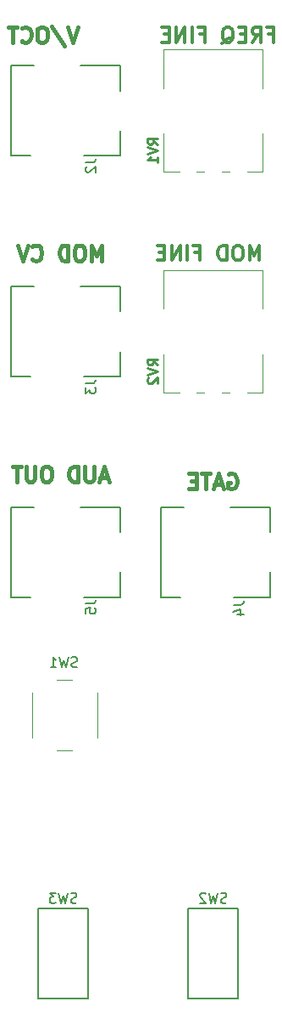
<source format=gbo>
%TF.GenerationSoftware,KiCad,Pcbnew,(6.0.1)*%
%TF.CreationDate,2022-11-04T07:31:20-04:00*%
%TF.ProjectId,ER-VCO-03_CTL,45522d56-434f-42d3-9033-5f43544c2e6b,3*%
%TF.SameCoordinates,Original*%
%TF.FileFunction,Legend,Bot*%
%TF.FilePolarity,Positive*%
%FSLAX46Y46*%
G04 Gerber Fmt 4.6, Leading zero omitted, Abs format (unit mm)*
G04 Created by KiCad (PCBNEW (6.0.1)) date 2022-11-04 07:31:20*
%MOMM*%
%LPD*%
G01*
G04 APERTURE LIST*
%ADD10C,0.381000*%
%ADD11C,0.375000*%
%ADD12C,0.254000*%
%ADD13C,0.150000*%
%ADD14C,0.120000*%
%ADD15C,0.200000*%
G04 APERTURE END LIST*
D10*
X10925857Y-45539685D02*
X10200142Y-45539685D01*
X11071000Y-45975113D02*
X10563000Y-44451113D01*
X10055000Y-45975113D01*
X9547000Y-44451113D02*
X9547000Y-45684827D01*
X9474428Y-45829970D01*
X9401857Y-45902542D01*
X9256714Y-45975113D01*
X8966428Y-45975113D01*
X8821285Y-45902542D01*
X8748714Y-45829970D01*
X8676142Y-45684827D01*
X8676142Y-44451113D01*
X7950428Y-45975113D02*
X7950428Y-44451113D01*
X7587571Y-44451113D01*
X7369857Y-44523685D01*
X7224714Y-44668827D01*
X7152142Y-44813970D01*
X7079571Y-45104256D01*
X7079571Y-45321970D01*
X7152142Y-45612256D01*
X7224714Y-45757399D01*
X7369857Y-45902542D01*
X7587571Y-45975113D01*
X7950428Y-45975113D01*
X4974999Y-44451113D02*
X4684714Y-44451113D01*
X4539571Y-44523685D01*
X4394428Y-44668827D01*
X4321857Y-44959113D01*
X4321857Y-45467113D01*
X4394428Y-45757399D01*
X4539571Y-45902542D01*
X4684714Y-45975113D01*
X4974999Y-45975113D01*
X5120142Y-45902542D01*
X5265285Y-45757399D01*
X5337857Y-45467113D01*
X5337857Y-44959113D01*
X5265285Y-44668827D01*
X5120142Y-44523685D01*
X4974999Y-44451113D01*
X3668714Y-44451113D02*
X3668714Y-45684827D01*
X3596142Y-45829970D01*
X3523571Y-45902542D01*
X3378428Y-45975113D01*
X3088142Y-45975113D01*
X2943000Y-45902542D01*
X2870428Y-45829970D01*
X2797857Y-45684827D01*
X2797857Y-44451113D01*
X2289857Y-44451113D02*
X1419000Y-44451113D01*
X1854428Y-45975113D02*
X1854428Y-44451113D01*
D11*
X27035714Y-1392857D02*
X27535714Y-1392857D01*
X27535714Y-2178571D02*
X27535714Y-678571D01*
X26821428Y-678571D01*
X25392857Y-2178571D02*
X25892857Y-1464285D01*
X26250000Y-2178571D02*
X26250000Y-678571D01*
X25678571Y-678571D01*
X25535714Y-750000D01*
X25464285Y-821428D01*
X25392857Y-964285D01*
X25392857Y-1178571D01*
X25464285Y-1321428D01*
X25535714Y-1392857D01*
X25678571Y-1464285D01*
X26250000Y-1464285D01*
X24750000Y-1392857D02*
X24250000Y-1392857D01*
X24035714Y-2178571D02*
X24750000Y-2178571D01*
X24750000Y-678571D01*
X24035714Y-678571D01*
X22392857Y-2321428D02*
X22535714Y-2250000D01*
X22678571Y-2107142D01*
X22892857Y-1892857D01*
X23035714Y-1821428D01*
X23178571Y-1821428D01*
X23107142Y-2178571D02*
X23250000Y-2107142D01*
X23392857Y-1964285D01*
X23464285Y-1678571D01*
X23464285Y-1178571D01*
X23392857Y-892857D01*
X23250000Y-750000D01*
X23107142Y-678571D01*
X22821428Y-678571D01*
X22678571Y-750000D01*
X22535714Y-892857D01*
X22464285Y-1178571D01*
X22464285Y-1678571D01*
X22535714Y-1964285D01*
X22678571Y-2107142D01*
X22821428Y-2178571D01*
X23107142Y-2178571D01*
X20178571Y-1392857D02*
X20678571Y-1392857D01*
X20678571Y-2178571D02*
X20678571Y-678571D01*
X19964285Y-678571D01*
X19392857Y-2178571D02*
X19392857Y-678571D01*
X18678571Y-2178571D02*
X18678571Y-678571D01*
X17821428Y-2178571D01*
X17821428Y-678571D01*
X17107142Y-1392857D02*
X16607142Y-1392857D01*
X16392857Y-2178571D02*
X17107142Y-2178571D01*
X17107142Y-678571D01*
X16392857Y-678571D01*
X26131428Y-23928571D02*
X26131428Y-22428571D01*
X25631428Y-23500000D01*
X25131428Y-22428571D01*
X25131428Y-23928571D01*
X24131428Y-22428571D02*
X23845714Y-22428571D01*
X23702857Y-22500000D01*
X23560000Y-22642857D01*
X23488571Y-22928571D01*
X23488571Y-23428571D01*
X23560000Y-23714285D01*
X23702857Y-23857142D01*
X23845714Y-23928571D01*
X24131428Y-23928571D01*
X24274285Y-23857142D01*
X24417142Y-23714285D01*
X24488571Y-23428571D01*
X24488571Y-22928571D01*
X24417142Y-22642857D01*
X24274285Y-22500000D01*
X24131428Y-22428571D01*
X22845714Y-23928571D02*
X22845714Y-22428571D01*
X22488571Y-22428571D01*
X22274285Y-22500000D01*
X22131428Y-22642857D01*
X22060000Y-22785714D01*
X21988571Y-23071428D01*
X21988571Y-23285714D01*
X22060000Y-23571428D01*
X22131428Y-23714285D01*
X22274285Y-23857142D01*
X22488571Y-23928571D01*
X22845714Y-23928571D01*
X19702857Y-23142857D02*
X20202857Y-23142857D01*
X20202857Y-23928571D02*
X20202857Y-22428571D01*
X19488571Y-22428571D01*
X18917142Y-23928571D02*
X18917142Y-22428571D01*
X18202857Y-23928571D02*
X18202857Y-22428571D01*
X17345714Y-23928571D01*
X17345714Y-22428571D01*
X16631428Y-23142857D02*
X16131428Y-23142857D01*
X15917142Y-23928571D02*
X16631428Y-23928571D01*
X16631428Y-22428571D01*
X15917142Y-22428571D01*
D10*
X10314000Y-23939428D02*
X10314000Y-22415428D01*
X9806000Y-23504000D01*
X9298000Y-22415428D01*
X9298000Y-23939428D01*
X8282000Y-22415428D02*
X7991714Y-22415428D01*
X7846571Y-22488000D01*
X7701428Y-22633142D01*
X7628857Y-22923428D01*
X7628857Y-23431428D01*
X7701428Y-23721714D01*
X7846571Y-23866857D01*
X7991714Y-23939428D01*
X8282000Y-23939428D01*
X8427142Y-23866857D01*
X8572285Y-23721714D01*
X8644857Y-23431428D01*
X8644857Y-22923428D01*
X8572285Y-22633142D01*
X8427142Y-22488000D01*
X8282000Y-22415428D01*
X6975714Y-23939428D02*
X6975714Y-22415428D01*
X6612857Y-22415428D01*
X6395142Y-22488000D01*
X6250000Y-22633142D01*
X6177428Y-22778285D01*
X6104857Y-23068571D01*
X6104857Y-23286285D01*
X6177428Y-23576571D01*
X6250000Y-23721714D01*
X6395142Y-23866857D01*
X6612857Y-23939428D01*
X6975714Y-23939428D01*
X3419714Y-23794285D02*
X3492285Y-23866857D01*
X3710000Y-23939428D01*
X3855142Y-23939428D01*
X4072857Y-23866857D01*
X4218000Y-23721714D01*
X4290571Y-23576571D01*
X4363142Y-23286285D01*
X4363142Y-23068571D01*
X4290571Y-22778285D01*
X4218000Y-22633142D01*
X4072857Y-22488000D01*
X3855142Y-22415428D01*
X3710000Y-22415428D01*
X3492285Y-22488000D01*
X3419714Y-22560571D01*
X2984285Y-22415428D02*
X2476285Y-23939428D01*
X1968285Y-22415428D01*
X7947142Y-665428D02*
X7439142Y-2189428D01*
X6931142Y-665428D01*
X5334571Y-592857D02*
X6640857Y-2552285D01*
X4536285Y-665428D02*
X4246000Y-665428D01*
X4100857Y-738000D01*
X3955714Y-883142D01*
X3883142Y-1173428D01*
X3883142Y-1681428D01*
X3955714Y-1971714D01*
X4100857Y-2116857D01*
X4246000Y-2189428D01*
X4536285Y-2189428D01*
X4681428Y-2116857D01*
X4826571Y-1971714D01*
X4899142Y-1681428D01*
X4899142Y-1173428D01*
X4826571Y-883142D01*
X4681428Y-738000D01*
X4536285Y-665428D01*
X2359142Y-2044285D02*
X2431714Y-2116857D01*
X2649428Y-2189428D01*
X2794571Y-2189428D01*
X3012285Y-2116857D01*
X3157428Y-1971714D01*
X3230000Y-1826571D01*
X3302571Y-1536285D01*
X3302571Y-1318571D01*
X3230000Y-1028285D01*
X3157428Y-883142D01*
X3012285Y-738000D01*
X2794571Y-665428D01*
X2649428Y-665428D01*
X2431714Y-738000D01*
X2359142Y-810571D01*
X1923714Y-665428D02*
X1052857Y-665428D01*
X1488285Y-2189428D02*
X1488285Y-665428D01*
X23024000Y-45238000D02*
X23169142Y-45165428D01*
X23386857Y-45165428D01*
X23604571Y-45238000D01*
X23749714Y-45383142D01*
X23822285Y-45528285D01*
X23894857Y-45818571D01*
X23894857Y-46036285D01*
X23822285Y-46326571D01*
X23749714Y-46471714D01*
X23604571Y-46616857D01*
X23386857Y-46689428D01*
X23241714Y-46689428D01*
X23024000Y-46616857D01*
X22951428Y-46544285D01*
X22951428Y-46036285D01*
X23241714Y-46036285D01*
X22370857Y-46254000D02*
X21645142Y-46254000D01*
X22516000Y-46689428D02*
X22008000Y-45165428D01*
X21500000Y-46689428D01*
X21209714Y-45165428D02*
X20338857Y-45165428D01*
X20774285Y-46689428D02*
X20774285Y-45165428D01*
X19830857Y-45891142D02*
X19322857Y-45891142D01*
X19105142Y-46689428D02*
X19830857Y-46689428D01*
X19830857Y-45165428D01*
X19105142Y-45165428D01*
D12*
%TO.C,RV1*%
X15959619Y-12345239D02*
X15475809Y-12006572D01*
X15959619Y-11764667D02*
X14943619Y-11764667D01*
X14943619Y-12151715D01*
X14992000Y-12248477D01*
X15040380Y-12296858D01*
X15137142Y-12345239D01*
X15282285Y-12345239D01*
X15379047Y-12296858D01*
X15427428Y-12248477D01*
X15475809Y-12151715D01*
X15475809Y-11764667D01*
X14943619Y-12635524D02*
X15959619Y-12974191D01*
X14943619Y-13312858D01*
X15959619Y-14183715D02*
X15959619Y-13603143D01*
X15959619Y-13893429D02*
X14943619Y-13893429D01*
X15088761Y-13796667D01*
X15185523Y-13699905D01*
X15233904Y-13603143D01*
D13*
%TO.C,SW3*%
X7833333Y-87904764D02*
X7690476Y-87952383D01*
X7452380Y-87952383D01*
X7357142Y-87904764D01*
X7309523Y-87857145D01*
X7261904Y-87761907D01*
X7261904Y-87666669D01*
X7309523Y-87571431D01*
X7357142Y-87523812D01*
X7452380Y-87476193D01*
X7642857Y-87428574D01*
X7738095Y-87380955D01*
X7785714Y-87333336D01*
X7833333Y-87238098D01*
X7833333Y-87142860D01*
X7785714Y-87047622D01*
X7738095Y-87000003D01*
X7642857Y-86952383D01*
X7404761Y-86952383D01*
X7261904Y-87000003D01*
X6928571Y-86952383D02*
X6690476Y-87952383D01*
X6500000Y-87238098D01*
X6309523Y-87952383D01*
X6071428Y-86952383D01*
X5785714Y-86952383D02*
X5166666Y-86952383D01*
X5500000Y-87333336D01*
X5357142Y-87333336D01*
X5261904Y-87380955D01*
X5214285Y-87428574D01*
X5166666Y-87523812D01*
X5166666Y-87761907D01*
X5214285Y-87857145D01*
X5261904Y-87904764D01*
X5357142Y-87952383D01*
X5642857Y-87952383D01*
X5738095Y-87904764D01*
X5785714Y-87857145D01*
%TO.C,SW1*%
X7911933Y-64412761D02*
X7769076Y-64460380D01*
X7530980Y-64460380D01*
X7435742Y-64412761D01*
X7388123Y-64365142D01*
X7340504Y-64269904D01*
X7340504Y-64174666D01*
X7388123Y-64079428D01*
X7435742Y-64031809D01*
X7530980Y-63984190D01*
X7721457Y-63936571D01*
X7816695Y-63888952D01*
X7864314Y-63841333D01*
X7911933Y-63746095D01*
X7911933Y-63650857D01*
X7864314Y-63555619D01*
X7816695Y-63508000D01*
X7721457Y-63460380D01*
X7483361Y-63460380D01*
X7340504Y-63508000D01*
X7007171Y-63460380D02*
X6769076Y-64460380D01*
X6578600Y-63746095D01*
X6388123Y-64460380D01*
X6150028Y-63460380D01*
X5245266Y-64460380D02*
X5816695Y-64460380D01*
X5530980Y-64460380D02*
X5530980Y-63460380D01*
X5626219Y-63603238D01*
X5721457Y-63698476D01*
X5816695Y-63746095D01*
%TO.C,J3*%
X8746380Y-36173655D02*
X9460666Y-36173655D01*
X9603523Y-36126036D01*
X9698761Y-36030798D01*
X9746380Y-35887941D01*
X9746380Y-35792703D01*
X8746380Y-36554608D02*
X8746380Y-37173655D01*
X9127333Y-36840322D01*
X9127333Y-36983179D01*
X9174952Y-37078417D01*
X9222571Y-37126036D01*
X9317809Y-37173655D01*
X9555904Y-37173655D01*
X9651142Y-37126036D01*
X9698761Y-37078417D01*
X9746380Y-36983179D01*
X9746380Y-36697465D01*
X9698761Y-36602227D01*
X9651142Y-36554608D01*
%TO.C,SW2*%
X22833333Y-87904764D02*
X22690476Y-87952383D01*
X22452380Y-87952383D01*
X22357142Y-87904764D01*
X22309523Y-87857145D01*
X22261904Y-87761907D01*
X22261904Y-87666669D01*
X22309523Y-87571431D01*
X22357142Y-87523812D01*
X22452380Y-87476193D01*
X22642857Y-87428574D01*
X22738095Y-87380955D01*
X22785714Y-87333336D01*
X22833333Y-87238098D01*
X22833333Y-87142860D01*
X22785714Y-87047622D01*
X22738095Y-87000003D01*
X22642857Y-86952383D01*
X22404761Y-86952383D01*
X22261904Y-87000003D01*
X21928571Y-86952383D02*
X21690476Y-87952383D01*
X21500000Y-87238098D01*
X21309523Y-87952383D01*
X21071428Y-86952383D01*
X20738095Y-87047622D02*
X20690476Y-87000003D01*
X20595238Y-86952383D01*
X20357142Y-86952383D01*
X20261904Y-87000003D01*
X20214285Y-87047622D01*
X20166666Y-87142860D01*
X20166666Y-87238098D01*
X20214285Y-87380955D01*
X20785714Y-87952383D01*
X20166666Y-87952383D01*
D12*
%TO.C,RV2*%
X15959618Y-34345232D02*
X15475808Y-34006565D01*
X15959618Y-33764660D02*
X14943618Y-33764660D01*
X14943618Y-34151708D01*
X14991999Y-34248470D01*
X15040379Y-34296851D01*
X15137141Y-34345232D01*
X15282284Y-34345232D01*
X15379046Y-34296851D01*
X15427427Y-34248470D01*
X15475808Y-34151708D01*
X15475808Y-33764660D01*
X14943618Y-34635517D02*
X15959618Y-34974184D01*
X14943618Y-35312851D01*
X15040379Y-35603136D02*
X14991999Y-35651517D01*
X14943618Y-35748279D01*
X14943618Y-35990184D01*
X14991999Y-36086946D01*
X15040379Y-36135327D01*
X15137141Y-36183708D01*
X15233903Y-36183708D01*
X15379046Y-36135327D01*
X15959618Y-35554755D01*
X15959618Y-36183708D01*
D13*
%TO.C,J4*%
X23557379Y-58254662D02*
X24271665Y-58254662D01*
X24414522Y-58207043D01*
X24509760Y-58111805D01*
X24557379Y-57968948D01*
X24557379Y-57873710D01*
X23890713Y-59159424D02*
X24557379Y-59159424D01*
X23509760Y-58921329D02*
X24224046Y-58683234D01*
X24224046Y-59302281D01*
%TO.C,J2*%
X8746380Y-14173665D02*
X9460666Y-14173665D01*
X9603523Y-14126046D01*
X9698761Y-14030808D01*
X9746380Y-13887951D01*
X9746380Y-13792713D01*
X8841619Y-14602237D02*
X8794000Y-14649856D01*
X8746380Y-14745094D01*
X8746380Y-14983189D01*
X8794000Y-15078427D01*
X8841619Y-15126046D01*
X8936857Y-15173665D01*
X9032095Y-15173665D01*
X9174952Y-15126046D01*
X9746380Y-14554618D01*
X9746380Y-15173665D01*
%TO.C,J5*%
X8746380Y-58127662D02*
X9460666Y-58127662D01*
X9603523Y-58080043D01*
X9698761Y-57984805D01*
X9746380Y-57841948D01*
X9746380Y-57746710D01*
X8746380Y-59080043D02*
X8746380Y-58603853D01*
X9222571Y-58556234D01*
X9174952Y-58603853D01*
X9127333Y-58699091D01*
X9127333Y-58937186D01*
X9174952Y-59032424D01*
X9222571Y-59080043D01*
X9317809Y-59127662D01*
X9555904Y-59127662D01*
X9651142Y-59080043D01*
X9698761Y-59032424D01*
X9746380Y-58937186D01*
X9746380Y-58699091D01*
X9698761Y-58603853D01*
X9651142Y-58556234D01*
D14*
%TO.C,RV1*%
X16530000Y-6745001D02*
X16530000Y-2880001D01*
X16530000Y-15120001D02*
X16530000Y-11255001D01*
X18130000Y-15120001D02*
X16530000Y-15120001D01*
X23129000Y-15120001D02*
X22370000Y-15120001D01*
X26470000Y-2880001D02*
X16530000Y-2880001D01*
X26470000Y-6745001D02*
X26470000Y-2880001D01*
X20629000Y-15120001D02*
X19870000Y-15120001D01*
X26470000Y-15120001D02*
X24871000Y-15120001D01*
X26470000Y-15120001D02*
X26470000Y-11255001D01*
D13*
%TO.C,SW3*%
X4000000Y-97500000D02*
X9000000Y-97500000D01*
X9000000Y-97500000D02*
X9000000Y-88500000D01*
X9000000Y-88500000D02*
X4000000Y-88500000D01*
X4000000Y-88500000D02*
X4000000Y-97500000D01*
D14*
%TO.C,SW1*%
X9899999Y-66999995D02*
X9899999Y-71499995D01*
X5899999Y-65749995D02*
X7399999Y-65749995D01*
X3399999Y-71499995D02*
X3399999Y-66999995D01*
X7399999Y-72749995D02*
X5899999Y-72749995D01*
D15*
%TO.C,J3*%
X12200000Y-26499989D02*
X8200000Y-26499989D01*
X1300000Y-26499989D02*
X3600000Y-26499989D01*
X12200000Y-35499989D02*
X12200000Y-32999989D01*
X12200000Y-26499989D02*
X12200000Y-28999989D01*
X12200000Y-35499989D02*
X8600000Y-35499989D01*
X1300000Y-35499989D02*
X3200000Y-35499989D01*
X1300000Y-35499989D02*
X1300000Y-26499989D01*
D13*
%TO.C,SW2*%
X19000000Y-97500000D02*
X24000000Y-97500000D01*
X24000000Y-97500000D02*
X24000000Y-88500000D01*
X24000000Y-88500000D02*
X19000000Y-88500000D01*
X19000000Y-88500000D02*
X19000000Y-97500000D01*
D14*
%TO.C,RV2*%
X18130000Y-37120000D02*
X16530000Y-37120000D01*
X26470000Y-37120000D02*
X26470000Y-33255000D01*
X26470000Y-37120000D02*
X24871000Y-37120000D01*
X23129000Y-37120000D02*
X22370000Y-37120000D01*
X16530000Y-28745000D02*
X16530000Y-24880000D01*
X20629000Y-37120000D02*
X19870000Y-37120000D01*
X16530000Y-37120000D02*
X16530000Y-33255000D01*
X26470000Y-24880000D02*
X16530000Y-24880000D01*
X26470000Y-28745000D02*
X26470000Y-24880000D01*
D15*
%TO.C,J4*%
X16300000Y-57499996D02*
X18200000Y-57499996D01*
X27200000Y-48499996D02*
X23200000Y-48499996D01*
X16300000Y-57499996D02*
X16300000Y-48499996D01*
X27200000Y-57499996D02*
X23600000Y-57499996D01*
X27200000Y-57499996D02*
X27200000Y-54999996D01*
X16300000Y-48499996D02*
X18600000Y-48499996D01*
X27200000Y-48499996D02*
X27200000Y-50999996D01*
%TO.C,J2*%
X1300000Y-13500000D02*
X1300000Y-4500000D01*
X1300000Y-4500000D02*
X3600000Y-4500000D01*
X12200000Y-4500000D02*
X8200000Y-4500000D01*
X12200000Y-13500000D02*
X8600000Y-13500000D01*
X12200000Y-13500000D02*
X12200000Y-11000000D01*
X1300000Y-13500000D02*
X3200000Y-13500000D01*
X12200000Y-4500000D02*
X12200000Y-7000000D01*
%TO.C,J5*%
X12200000Y-48500000D02*
X8200000Y-48500000D01*
X12200000Y-57500000D02*
X8600000Y-57500000D01*
X12200000Y-48500000D02*
X12200000Y-51000000D01*
X1300000Y-57500000D02*
X1300000Y-48500000D01*
X1300000Y-48500000D02*
X3600000Y-48500000D01*
X12200000Y-57500000D02*
X12200000Y-55000000D01*
X1300000Y-57500000D02*
X3200000Y-57500000D01*
%TD*%
M02*

</source>
